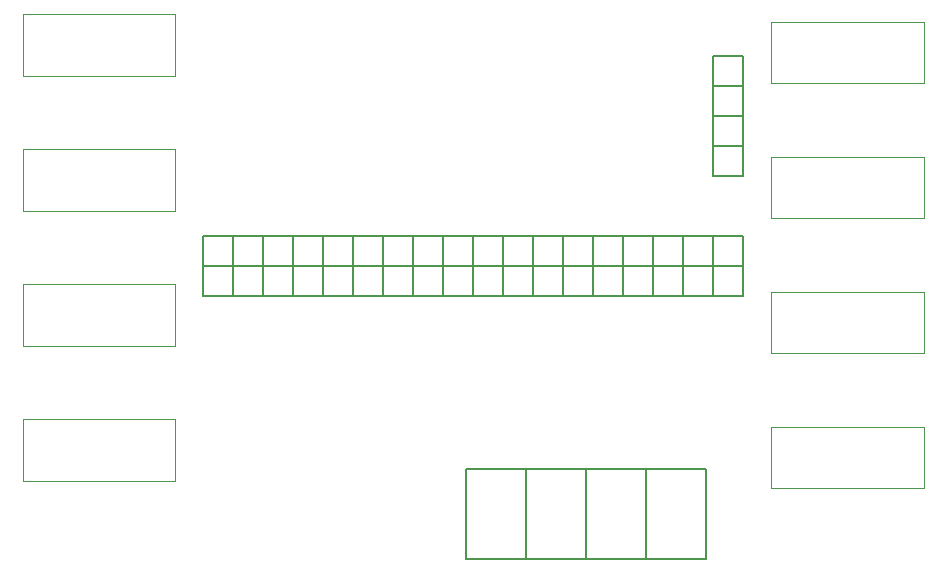
<source format=gbr>
G04 EasyPC Gerber Version 20.0.2 Build 4112 *
G04 #@! TF.Part,Single*
%FSLAX35Y35*%
%MOIN*%
%ADD127C,0.00197*%
%ADD11C,0.00500*%
X0Y0D02*
D02*
D11*
X70256Y87750D02*
X60256D01*
Y97750*
X70256*
Y87750*
Y97750D02*
X60256D01*
Y107750*
X70256*
Y97750*
X80256Y87750D02*
X70256D01*
Y97750*
X80256*
Y87750*
Y97750D02*
X70256D01*
Y107750*
X80256*
Y97750*
X90256Y87750D02*
X80256D01*
Y97750*
X90256*
Y87750*
Y97750D02*
X80256D01*
Y107750*
X90256*
Y97750*
X100256Y87750D02*
X90256D01*
Y97750*
X100256*
Y87750*
Y97750D02*
X90256D01*
Y107750*
X100256*
Y97750*
X110256Y87750D02*
X100256D01*
Y97750*
X110256*
Y87750*
Y97750D02*
X100256D01*
Y107750*
X110256*
Y97750*
X120256Y87750D02*
X110256D01*
Y97750*
X120256*
Y87750*
Y107750D02*
Y97750D01*
X110256*
Y107750*
X120256*
X130256Y87750D02*
X120256D01*
Y97750*
X130256*
Y87750*
Y107750D02*
Y97750D01*
X120256*
Y107750*
X130256*
X140256Y87750D02*
X130256D01*
Y97750*
X140256*
Y87750*
Y107750D02*
Y97750D01*
X130256*
Y107750*
X140256*
X147756Y250D02*
X167756D01*
Y30250*
X147756*
Y250*
X150256Y87750D02*
X140256D01*
Y97750*
X150256*
Y87750*
Y107750D02*
Y97750D01*
X140256*
Y107750*
X150256*
X160256Y87750D02*
X150256D01*
Y97750*
X160256*
Y87750*
Y97750D02*
X150256D01*
Y107750*
X160256*
Y97750*
X167756Y250D02*
X187756D01*
Y30250*
X167756*
Y250*
X170256Y87750D02*
X160256D01*
Y97750*
X170256*
Y87750*
Y97750D02*
X160256D01*
Y107750*
X170256*
Y97750*
X180256D02*
Y87750D01*
X170256*
Y97750*
X180256*
X170256*
Y107750*
X180256*
Y97750*
X187756Y250D02*
X207756D01*
Y30250*
X187756*
Y250*
X190256Y97750D02*
Y87750D01*
X180256*
Y97750*
X190256*
Y107750D02*
Y97750D01*
X180256*
Y107750*
X190256*
X200256Y97750D02*
Y87750D01*
X190256*
Y97750*
X200256*
X190256*
Y107750*
X200256*
Y97750*
X207756Y250D02*
X227756D01*
Y30250*
X207756*
Y250*
X210256Y87750D02*
X200256D01*
Y97750*
X210256*
Y87750*
Y97750D02*
X200256D01*
Y107750*
X210256*
Y97750*
X220256Y87750D02*
X210256D01*
Y97750*
X220256*
Y87750*
Y97750D02*
X210256D01*
Y107750*
X220256*
Y97750*
X230256Y87750D02*
X220256D01*
Y97750*
X230256*
Y87750*
Y97750D02*
X220256D01*
Y107750*
X230256*
Y97750*
X240256Y87750D02*
X230256D01*
Y97750*
X240256*
Y87750*
Y97750D02*
X230256D01*
Y107750*
X240256*
Y97750*
Y127750D02*
X230256D01*
Y137750*
X240256*
Y127750*
Y137750D02*
X230256D01*
Y147750*
X240256*
Y137750*
Y147750D02*
X230256D01*
Y157750*
X240256*
Y147750*
Y157750D02*
X230256D01*
Y167750*
X240256*
Y157750*
D02*
D127*
X50886Y46750D02*
Y26250D01*
X98*
Y46750*
X50886*
Y91750D02*
Y71250D01*
X98*
Y91750*
X50886*
Y136750D02*
Y116250D01*
X98*
Y136750*
X50886*
Y181750D02*
Y161250D01*
X98*
Y181750*
X50886*
X249626Y23750D02*
Y44250D01*
X300413*
Y23750*
X249626*
Y68750D02*
Y89250D01*
X300413*
Y68750*
X249626*
Y113750D02*
Y134250D01*
X300413*
Y113750*
X249626*
Y158750D02*
Y179250D01*
X300413*
Y158750*
X249626*
X0Y0D02*
M02*

</source>
